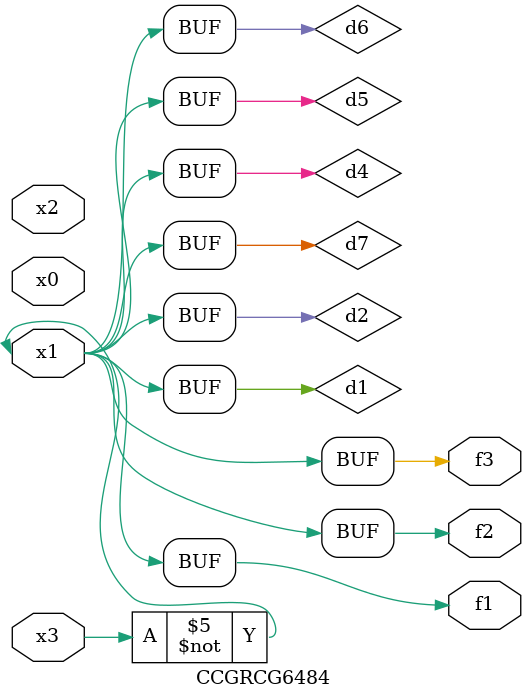
<source format=v>
module CCGRCG6484(
	input x0, x1, x2, x3,
	output f1, f2, f3
);

	wire d1, d2, d3, d4, d5, d6, d7;

	not (d1, x3);
	buf (d2, x1);
	xnor (d3, d1, d2);
	nor (d4, d1);
	buf (d5, d1, d2);
	buf (d6, d4, d5);
	nand (d7, d4);
	assign f1 = d6;
	assign f2 = d7;
	assign f3 = d6;
endmodule

</source>
